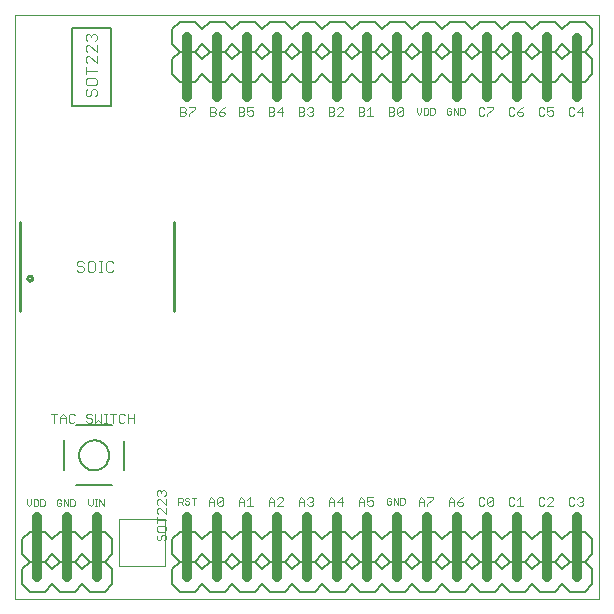
<source format=gto>
G75*
G70*
%OFA0B0*%
%FSLAX24Y24*%
%IPPOS*%
%LPD*%
%AMOC8*
5,1,8,0,0,1.08239X$1,22.5*
%
%ADD10C,0.0000*%
%ADD11C,0.0320*%
%ADD12C,0.0030*%
%ADD13C,0.0020*%
%ADD14C,0.0080*%
%ADD15C,0.0100*%
D10*
X000645Y000806D02*
X000645Y020301D01*
X020130Y020291D01*
X020130Y000806D01*
X000645Y000806D01*
D11*
X001395Y001556D02*
X001395Y003556D01*
X002395Y003556D02*
X002395Y001556D01*
X003395Y001556D02*
X003395Y003556D01*
X006395Y003556D02*
X006395Y001556D01*
X007395Y001556D02*
X007395Y003556D01*
X008395Y003556D02*
X008395Y001556D01*
X009395Y001556D02*
X009395Y003556D01*
X010395Y003556D02*
X010395Y001556D01*
X011395Y001556D02*
X011395Y003556D01*
X012395Y003556D02*
X012395Y001556D01*
X013395Y001556D02*
X013395Y003556D01*
X014395Y003556D02*
X014395Y001556D01*
X015395Y001556D02*
X015395Y003556D01*
X016395Y003556D02*
X016395Y001556D01*
X017395Y001556D02*
X017395Y003556D01*
X018395Y003556D02*
X018395Y001556D01*
X019395Y001556D02*
X019395Y003556D01*
X019395Y017556D02*
X019395Y019506D01*
X018395Y019556D02*
X018395Y017556D01*
X017395Y017556D02*
X017395Y019556D01*
X016395Y019556D02*
X016395Y017556D01*
X015395Y017556D02*
X015395Y019556D01*
X014395Y019556D02*
X014395Y017556D01*
X013395Y017556D02*
X013395Y019556D01*
X012395Y019556D02*
X012395Y017556D01*
X011395Y017556D02*
X011395Y019556D01*
X010395Y019556D02*
X010395Y017556D01*
X009395Y017556D02*
X009395Y019556D01*
X008395Y019556D02*
X008395Y017556D01*
X007395Y017556D02*
X007395Y019556D01*
X006395Y019556D02*
X006395Y017556D01*
D12*
X006455Y017212D02*
X006648Y017212D01*
X006648Y017163D01*
X006455Y016970D01*
X006455Y016921D01*
X006354Y016970D02*
X006305Y016921D01*
X006160Y016921D01*
X006160Y017212D01*
X006305Y017212D01*
X006354Y017163D01*
X006354Y017115D01*
X006305Y017066D01*
X006160Y017066D01*
X006305Y017066D02*
X006354Y017018D01*
X006354Y016970D01*
X007160Y016921D02*
X007305Y016921D01*
X007354Y016970D01*
X007354Y017018D01*
X007305Y017066D01*
X007160Y017066D01*
X007160Y016921D02*
X007160Y017212D01*
X007305Y017212D01*
X007354Y017163D01*
X007354Y017115D01*
X007305Y017066D01*
X007455Y017066D02*
X007600Y017066D01*
X007648Y017018D01*
X007648Y016970D01*
X007600Y016921D01*
X007503Y016921D01*
X007455Y016970D01*
X007455Y017066D01*
X007551Y017163D01*
X007648Y017212D01*
X008110Y017212D02*
X008110Y016921D01*
X008255Y016921D01*
X008304Y016970D01*
X008304Y017018D01*
X008255Y017066D01*
X008110Y017066D01*
X008255Y017066D02*
X008304Y017115D01*
X008304Y017163D01*
X008255Y017212D01*
X008110Y017212D01*
X008405Y017212D02*
X008405Y017066D01*
X008501Y017115D01*
X008550Y017115D01*
X008598Y017066D01*
X008598Y016970D01*
X008550Y016921D01*
X008453Y016921D01*
X008405Y016970D01*
X008405Y017212D02*
X008598Y017212D01*
X009110Y017212D02*
X009110Y016921D01*
X009255Y016921D01*
X009304Y016970D01*
X009304Y017018D01*
X009255Y017066D01*
X009110Y017066D01*
X009255Y017066D02*
X009304Y017115D01*
X009304Y017163D01*
X009255Y017212D01*
X009110Y017212D01*
X009405Y017066D02*
X009598Y017066D01*
X009550Y016921D02*
X009550Y017212D01*
X009405Y017066D01*
X010110Y017066D02*
X010255Y017066D01*
X010304Y017018D01*
X010304Y016970D01*
X010255Y016921D01*
X010110Y016921D01*
X010110Y017212D01*
X010255Y017212D01*
X010304Y017163D01*
X010304Y017115D01*
X010255Y017066D01*
X010405Y016970D02*
X010453Y016921D01*
X010550Y016921D01*
X010598Y016970D01*
X010598Y017018D01*
X010550Y017066D01*
X010501Y017066D01*
X010550Y017066D02*
X010598Y017115D01*
X010598Y017163D01*
X010550Y017212D01*
X010453Y017212D01*
X010405Y017163D01*
X011110Y017212D02*
X011110Y016921D01*
X011255Y016921D01*
X011304Y016970D01*
X011304Y017018D01*
X011255Y017066D01*
X011110Y017066D01*
X011255Y017066D02*
X011304Y017115D01*
X011304Y017163D01*
X011255Y017212D01*
X011110Y017212D01*
X011405Y017163D02*
X011453Y017212D01*
X011550Y017212D01*
X011598Y017163D01*
X011598Y017115D01*
X011405Y016921D01*
X011598Y016921D01*
X012110Y016921D02*
X012255Y016921D01*
X012304Y016970D01*
X012304Y017018D01*
X012255Y017066D01*
X012110Y017066D01*
X012110Y016921D02*
X012110Y017212D01*
X012255Y017212D01*
X012304Y017163D01*
X012304Y017115D01*
X012255Y017066D01*
X012405Y017115D02*
X012501Y017212D01*
X012501Y016921D01*
X012405Y016921D02*
X012598Y016921D01*
X013110Y016921D02*
X013255Y016921D01*
X013304Y016970D01*
X013304Y017018D01*
X013255Y017066D01*
X013110Y017066D01*
X013110Y016921D02*
X013110Y017212D01*
X013255Y017212D01*
X013304Y017163D01*
X013304Y017115D01*
X013255Y017066D01*
X013405Y016970D02*
X013405Y017163D01*
X013453Y017212D01*
X013550Y017212D01*
X013598Y017163D01*
X013405Y016970D01*
X013453Y016921D01*
X013550Y016921D01*
X013598Y016970D01*
X013598Y017163D01*
X016110Y017163D02*
X016110Y016970D01*
X016158Y016921D01*
X016255Y016921D01*
X016304Y016970D01*
X016405Y016970D02*
X016405Y016921D01*
X016405Y016970D02*
X016598Y017163D01*
X016598Y017212D01*
X016405Y017212D01*
X016304Y017163D02*
X016255Y017212D01*
X016158Y017212D01*
X016110Y017163D01*
X017110Y017163D02*
X017110Y016970D01*
X017158Y016921D01*
X017255Y016921D01*
X017304Y016970D01*
X017405Y016970D02*
X017453Y016921D01*
X017550Y016921D01*
X017598Y016970D01*
X017598Y017018D01*
X017550Y017066D01*
X017405Y017066D01*
X017405Y016970D01*
X017405Y017066D02*
X017501Y017163D01*
X017598Y017212D01*
X017304Y017163D02*
X017255Y017212D01*
X017158Y017212D01*
X017110Y017163D01*
X018110Y017163D02*
X018110Y016970D01*
X018158Y016921D01*
X018255Y016921D01*
X018304Y016970D01*
X018405Y016970D02*
X018453Y016921D01*
X018550Y016921D01*
X018598Y016970D01*
X018598Y017066D01*
X018550Y017115D01*
X018501Y017115D01*
X018405Y017066D01*
X018405Y017212D01*
X018598Y017212D01*
X018304Y017163D02*
X018255Y017212D01*
X018158Y017212D01*
X018110Y017163D01*
X019110Y017163D02*
X019110Y016970D01*
X019158Y016921D01*
X019255Y016921D01*
X019304Y016970D01*
X019405Y017066D02*
X019598Y017066D01*
X019550Y016921D02*
X019550Y017212D01*
X019405Y017066D01*
X019304Y017163D02*
X019255Y017212D01*
X019158Y017212D01*
X019110Y017163D01*
X019158Y004212D02*
X019110Y004163D01*
X019110Y003970D01*
X019158Y003921D01*
X019255Y003921D01*
X019304Y003970D01*
X019405Y003970D02*
X019453Y003921D01*
X019550Y003921D01*
X019598Y003970D01*
X019598Y004018D01*
X019550Y004066D01*
X019501Y004066D01*
X019550Y004066D02*
X019598Y004115D01*
X019598Y004163D01*
X019550Y004212D01*
X019453Y004212D01*
X019405Y004163D01*
X019304Y004163D02*
X019255Y004212D01*
X019158Y004212D01*
X018598Y004163D02*
X018550Y004212D01*
X018453Y004212D01*
X018405Y004163D01*
X018304Y004163D02*
X018255Y004212D01*
X018158Y004212D01*
X018110Y004163D01*
X018110Y003970D01*
X018158Y003921D01*
X018255Y003921D01*
X018304Y003970D01*
X018405Y003921D02*
X018598Y004115D01*
X018598Y004163D01*
X018598Y003921D02*
X018405Y003921D01*
X017598Y003921D02*
X017405Y003921D01*
X017501Y003921D02*
X017501Y004212D01*
X017405Y004115D01*
X017304Y004163D02*
X017255Y004212D01*
X017158Y004212D01*
X017110Y004163D01*
X017110Y003970D01*
X017158Y003921D01*
X017255Y003921D01*
X017304Y003970D01*
X016598Y003970D02*
X016550Y003921D01*
X016453Y003921D01*
X016405Y003970D01*
X016598Y004163D01*
X016598Y003970D01*
X016598Y004163D02*
X016550Y004212D01*
X016453Y004212D01*
X016405Y004163D01*
X016405Y003970D01*
X016304Y003970D02*
X016255Y003921D01*
X016158Y003921D01*
X016110Y003970D01*
X016110Y004163D01*
X016158Y004212D01*
X016255Y004212D01*
X016304Y004163D01*
X015598Y004212D02*
X015501Y004163D01*
X015405Y004066D01*
X015550Y004066D01*
X015598Y004018D01*
X015598Y003970D01*
X015550Y003921D01*
X015453Y003921D01*
X015405Y003970D01*
X015405Y004066D01*
X015304Y004066D02*
X015110Y004066D01*
X015110Y004115D02*
X015207Y004212D01*
X015304Y004115D01*
X015304Y003921D01*
X015110Y003921D02*
X015110Y004115D01*
X014598Y004163D02*
X014405Y003970D01*
X014405Y003921D01*
X014304Y003921D02*
X014304Y004115D01*
X014207Y004212D01*
X014110Y004115D01*
X014110Y003921D01*
X014110Y004066D02*
X014304Y004066D01*
X014405Y004212D02*
X014598Y004212D01*
X014598Y004163D01*
X012598Y004212D02*
X012405Y004212D01*
X012405Y004066D01*
X012501Y004115D01*
X012550Y004115D01*
X012598Y004066D01*
X012598Y003970D01*
X012550Y003921D01*
X012453Y003921D01*
X012405Y003970D01*
X012304Y003921D02*
X012304Y004115D01*
X012207Y004212D01*
X012110Y004115D01*
X012110Y003921D01*
X012110Y004066D02*
X012304Y004066D01*
X011598Y004066D02*
X011405Y004066D01*
X011550Y004212D01*
X011550Y003921D01*
X011304Y003921D02*
X011304Y004115D01*
X011207Y004212D01*
X011110Y004115D01*
X011110Y003921D01*
X011110Y004066D02*
X011304Y004066D01*
X010598Y004018D02*
X010598Y003970D01*
X010550Y003921D01*
X010453Y003921D01*
X010405Y003970D01*
X010304Y003921D02*
X010304Y004115D01*
X010207Y004212D01*
X010110Y004115D01*
X010110Y003921D01*
X010110Y004066D02*
X010304Y004066D01*
X010405Y004163D02*
X010453Y004212D01*
X010550Y004212D01*
X010598Y004163D01*
X010598Y004115D01*
X010550Y004066D01*
X010598Y004018D01*
X010550Y004066D02*
X010501Y004066D01*
X009598Y004115D02*
X009598Y004163D01*
X009550Y004212D01*
X009453Y004212D01*
X009405Y004163D01*
X009304Y004115D02*
X009304Y003921D01*
X009405Y003921D02*
X009598Y004115D01*
X009598Y003921D02*
X009405Y003921D01*
X009304Y004066D02*
X009110Y004066D01*
X009110Y004115D02*
X009207Y004212D01*
X009304Y004115D01*
X009110Y004115D02*
X009110Y003921D01*
X008598Y003921D02*
X008405Y003921D01*
X008501Y003921D02*
X008501Y004212D01*
X008405Y004115D01*
X008304Y004115D02*
X008304Y003921D01*
X008304Y004066D02*
X008110Y004066D01*
X008110Y004115D02*
X008207Y004212D01*
X008304Y004115D01*
X008110Y004115D02*
X008110Y003921D01*
X007598Y003970D02*
X007550Y003921D01*
X007453Y003921D01*
X007405Y003970D01*
X007598Y004163D01*
X007598Y003970D01*
X007598Y004163D02*
X007550Y004212D01*
X007453Y004212D01*
X007405Y004163D01*
X007405Y003970D01*
X007304Y003921D02*
X007304Y004115D01*
X007207Y004212D01*
X007110Y004115D01*
X007110Y003921D01*
X007110Y004066D02*
X007304Y004066D01*
X005680Y004143D02*
X005680Y003950D01*
X005487Y004143D01*
X005438Y004143D01*
X005390Y004095D01*
X005390Y003998D01*
X005438Y003950D01*
X005438Y003849D02*
X005390Y003800D01*
X005390Y003704D01*
X005438Y003655D01*
X005390Y003554D02*
X005390Y003361D01*
X005390Y003457D02*
X005680Y003457D01*
X005680Y003655D02*
X005487Y003849D01*
X005438Y003849D01*
X005680Y003849D02*
X005680Y003655D01*
X005632Y003259D02*
X005438Y003259D01*
X005390Y003211D01*
X005390Y003114D01*
X005438Y003066D01*
X005632Y003066D01*
X005680Y003114D01*
X005680Y003211D01*
X005632Y003259D01*
X005632Y002965D02*
X005680Y002916D01*
X005680Y002820D01*
X005632Y002771D01*
X005535Y002820D02*
X005535Y002916D01*
X005583Y002965D01*
X005632Y002965D01*
X005535Y002820D02*
X005487Y002771D01*
X005438Y002771D01*
X005390Y002820D01*
X005390Y002916D01*
X005438Y002965D01*
X005438Y004245D02*
X005390Y004293D01*
X005390Y004390D01*
X005438Y004438D01*
X005487Y004438D01*
X005535Y004390D01*
X005583Y004438D01*
X005632Y004438D01*
X005680Y004390D01*
X005680Y004293D01*
X005632Y004245D01*
X005535Y004341D02*
X005535Y004390D01*
X004609Y006701D02*
X004609Y006992D01*
X004609Y006846D02*
X004415Y006846D01*
X004314Y006750D02*
X004266Y006701D01*
X004169Y006701D01*
X004121Y006750D01*
X004121Y006943D01*
X004169Y006992D01*
X004266Y006992D01*
X004314Y006943D01*
X004415Y006992D02*
X004415Y006701D01*
X004020Y006992D02*
X003826Y006992D01*
X003923Y006992D02*
X003923Y006701D01*
X003726Y006701D02*
X003630Y006701D01*
X003678Y006701D02*
X003678Y006992D01*
X003630Y006992D02*
X003726Y006992D01*
X003528Y006992D02*
X003528Y006701D01*
X003432Y006798D01*
X003335Y006701D01*
X003335Y006992D01*
X003234Y006943D02*
X003185Y006992D01*
X003089Y006992D01*
X003040Y006943D01*
X003040Y006895D01*
X003089Y006846D01*
X003185Y006846D01*
X003234Y006798D01*
X003234Y006750D01*
X003185Y006701D01*
X003089Y006701D01*
X003040Y006750D01*
X002645Y006750D02*
X002596Y006701D01*
X002499Y006701D01*
X002451Y006750D01*
X002451Y006943D01*
X002499Y006992D01*
X002596Y006992D01*
X002645Y006943D01*
X002350Y006895D02*
X002350Y006701D01*
X002350Y006846D02*
X002156Y006846D01*
X002156Y006895D02*
X002253Y006992D01*
X002350Y006895D01*
X002156Y006895D02*
X002156Y006701D01*
X001959Y006701D02*
X001959Y006992D01*
X002055Y006992D02*
X001862Y006992D01*
X002772Y011721D02*
X002710Y011783D01*
X002772Y011721D02*
X002895Y011721D01*
X002957Y011783D01*
X002957Y011845D01*
X002895Y011906D01*
X002772Y011906D01*
X002710Y011968D01*
X002710Y012030D01*
X002772Y012092D01*
X002895Y012092D01*
X002957Y012030D01*
X003078Y012030D02*
X003078Y011783D01*
X003140Y011721D01*
X003264Y011721D01*
X003325Y011783D01*
X003325Y012030D01*
X003264Y012092D01*
X003140Y012092D01*
X003078Y012030D01*
X003447Y012092D02*
X003570Y012092D01*
X003508Y012092D02*
X003508Y011721D01*
X003447Y011721D02*
X003570Y011721D01*
X003692Y011783D02*
X003692Y012030D01*
X003754Y012092D01*
X003877Y012092D01*
X003939Y012030D01*
X003939Y011783D02*
X003877Y011721D01*
X003754Y011721D01*
X003692Y011783D01*
X003318Y017571D02*
X003380Y017633D01*
X003380Y017756D01*
X003318Y017818D01*
X003257Y017818D01*
X003195Y017756D01*
X003195Y017633D01*
X003133Y017571D01*
X003071Y017571D01*
X003010Y017633D01*
X003010Y017756D01*
X003071Y017818D01*
X003071Y017940D02*
X003318Y017940D01*
X003380Y018001D01*
X003380Y018125D01*
X003318Y018186D01*
X003071Y018186D01*
X003010Y018125D01*
X003010Y018001D01*
X003071Y017940D01*
X003010Y018308D02*
X003010Y018555D01*
X003010Y018431D02*
X003380Y018431D01*
X003380Y018676D02*
X003133Y018923D01*
X003071Y018923D01*
X003010Y018861D01*
X003010Y018738D01*
X003071Y018676D01*
X003380Y018676D02*
X003380Y018923D01*
X003380Y019045D02*
X003133Y019291D01*
X003071Y019291D01*
X003010Y019230D01*
X003010Y019106D01*
X003071Y019045D01*
X003380Y019045D02*
X003380Y019291D01*
X003318Y019413D02*
X003380Y019475D01*
X003380Y019598D01*
X003318Y019660D01*
X003257Y019660D01*
X003195Y019598D01*
X003195Y019536D01*
X003195Y019598D02*
X003133Y019660D01*
X003071Y019660D01*
X003010Y019598D01*
X003010Y019475D01*
X003071Y019413D01*
D13*
X014055Y017186D02*
X014055Y017040D01*
X014128Y016966D01*
X014202Y017040D01*
X014202Y017186D01*
X014276Y017186D02*
X014276Y016966D01*
X014386Y016966D01*
X014423Y017003D01*
X014423Y017150D01*
X014386Y017186D01*
X014276Y017186D01*
X014497Y017186D02*
X014497Y016966D01*
X014607Y016966D01*
X014644Y017003D01*
X014644Y017150D01*
X014607Y017186D01*
X014497Y017186D01*
X015055Y017150D02*
X015055Y017003D01*
X015092Y016966D01*
X015165Y016966D01*
X015202Y017003D01*
X015202Y017076D01*
X015128Y017076D01*
X015055Y017150D02*
X015092Y017186D01*
X015165Y017186D01*
X015202Y017150D01*
X015276Y017186D02*
X015423Y016966D01*
X015423Y017186D01*
X015497Y017186D02*
X015497Y016966D01*
X015607Y016966D01*
X015644Y017003D01*
X015644Y017150D01*
X015607Y017186D01*
X015497Y017186D01*
X015276Y017186D02*
X015276Y016966D01*
X013607Y004186D02*
X013497Y004186D01*
X013497Y003966D01*
X013607Y003966D01*
X013644Y004003D01*
X013644Y004150D01*
X013607Y004186D01*
X013423Y004186D02*
X013423Y003966D01*
X013276Y004186D01*
X013276Y003966D01*
X013202Y004003D02*
X013202Y004076D01*
X013128Y004076D01*
X013055Y004150D02*
X013055Y004003D01*
X013092Y003966D01*
X013165Y003966D01*
X013202Y004003D01*
X013202Y004150D02*
X013165Y004186D01*
X013092Y004186D01*
X013055Y004150D01*
X006694Y004186D02*
X006547Y004186D01*
X006620Y004186D02*
X006620Y003966D01*
X006473Y004003D02*
X006473Y004040D01*
X006436Y004076D01*
X006363Y004076D01*
X006326Y004113D01*
X006326Y004150D01*
X006363Y004186D01*
X006436Y004186D01*
X006473Y004150D01*
X006473Y004003D02*
X006436Y003966D01*
X006363Y003966D01*
X006326Y004003D01*
X006252Y003966D02*
X006178Y004040D01*
X006215Y004040D02*
X006105Y004040D01*
X006105Y003966D02*
X006105Y004186D01*
X006215Y004186D01*
X006252Y004150D01*
X006252Y004076D01*
X006215Y004040D01*
X005672Y003487D02*
X005672Y001926D01*
X004118Y001926D01*
X004118Y003487D01*
X005672Y003487D01*
X003620Y003916D02*
X003620Y004136D01*
X003473Y004136D02*
X003620Y003916D01*
X003473Y003916D02*
X003473Y004136D01*
X003399Y004136D02*
X003326Y004136D01*
X003363Y004136D02*
X003363Y003916D01*
X003399Y003916D02*
X003326Y003916D01*
X003252Y003990D02*
X003252Y004136D01*
X003252Y003990D02*
X003178Y003916D01*
X003105Y003990D01*
X003105Y004136D01*
X002644Y004100D02*
X002644Y003953D01*
X002607Y003916D01*
X002497Y003916D01*
X002497Y004136D01*
X002607Y004136D01*
X002644Y004100D01*
X002423Y004136D02*
X002423Y003916D01*
X002276Y004136D01*
X002276Y003916D01*
X002202Y003953D02*
X002202Y004026D01*
X002128Y004026D01*
X002055Y004100D02*
X002055Y003953D01*
X002092Y003916D01*
X002165Y003916D01*
X002202Y003953D01*
X002202Y004100D02*
X002165Y004136D01*
X002092Y004136D01*
X002055Y004100D01*
X001644Y004100D02*
X001644Y003953D01*
X001607Y003916D01*
X001497Y003916D01*
X001497Y004136D01*
X001607Y004136D01*
X001644Y004100D01*
X001423Y004100D02*
X001423Y003953D01*
X001386Y003916D01*
X001276Y003916D01*
X001276Y004136D01*
X001386Y004136D01*
X001423Y004100D01*
X001202Y004136D02*
X001202Y003990D01*
X001128Y003916D01*
X001055Y003990D01*
X001055Y004136D01*
D14*
X001145Y003056D02*
X000895Y002806D01*
X000895Y002306D01*
X001145Y002056D01*
X001645Y002056D01*
X001895Y002306D01*
X002145Y002056D01*
X002645Y002056D01*
X002895Y002306D01*
X003145Y002056D01*
X003645Y002056D01*
X003895Y002306D01*
X003895Y002806D01*
X003645Y003056D01*
X003145Y003056D01*
X002895Y002806D01*
X002645Y003056D01*
X002145Y003056D01*
X001895Y002806D01*
X001645Y003056D01*
X001145Y003056D01*
X001145Y002056D02*
X000895Y001806D01*
X000895Y001306D01*
X001145Y001056D01*
X001645Y001056D01*
X001895Y001306D01*
X002145Y001056D01*
X002645Y001056D01*
X002895Y001306D01*
X003145Y001056D01*
X003645Y001056D01*
X003895Y001306D01*
X003895Y001806D01*
X003645Y002056D01*
X003145Y002056D01*
X002895Y001806D01*
X002645Y002056D01*
X002145Y002056D01*
X001895Y001806D01*
X001645Y002056D01*
X001145Y002056D01*
X002689Y004606D02*
X003901Y004606D01*
X004295Y005118D02*
X004295Y006094D01*
X003901Y006606D02*
X002689Y006606D01*
X002295Y006106D02*
X002295Y005118D01*
X002795Y005606D02*
X002797Y005650D01*
X002803Y005694D01*
X002813Y005737D01*
X002826Y005779D01*
X002843Y005820D01*
X002864Y005859D01*
X002888Y005896D01*
X002915Y005931D01*
X002945Y005963D01*
X002978Y005993D01*
X003014Y006019D01*
X003051Y006043D01*
X003091Y006062D01*
X003132Y006079D01*
X003175Y006091D01*
X003218Y006100D01*
X003262Y006105D01*
X003306Y006106D01*
X003350Y006103D01*
X003394Y006096D01*
X003437Y006085D01*
X003479Y006071D01*
X003519Y006053D01*
X003558Y006031D01*
X003594Y006007D01*
X003628Y005979D01*
X003660Y005948D01*
X003689Y005914D01*
X003715Y005878D01*
X003737Y005840D01*
X003756Y005800D01*
X003771Y005758D01*
X003783Y005716D01*
X003791Y005672D01*
X003795Y005628D01*
X003795Y005584D01*
X003791Y005540D01*
X003783Y005496D01*
X003771Y005454D01*
X003756Y005412D01*
X003737Y005372D01*
X003715Y005334D01*
X003689Y005298D01*
X003660Y005264D01*
X003628Y005233D01*
X003594Y005205D01*
X003558Y005181D01*
X003519Y005159D01*
X003479Y005141D01*
X003437Y005127D01*
X003394Y005116D01*
X003350Y005109D01*
X003306Y005106D01*
X003262Y005107D01*
X003218Y005112D01*
X003175Y005121D01*
X003132Y005133D01*
X003091Y005150D01*
X003051Y005169D01*
X003014Y005193D01*
X002978Y005219D01*
X002945Y005249D01*
X002915Y005281D01*
X002888Y005316D01*
X002864Y005353D01*
X002843Y005392D01*
X002826Y005433D01*
X002813Y005475D01*
X002803Y005518D01*
X002797Y005562D01*
X002795Y005606D01*
X005895Y002806D02*
X005895Y002306D01*
X006145Y002056D01*
X005895Y001806D01*
X005895Y001306D01*
X006145Y001056D01*
X006645Y001056D01*
X006895Y001306D01*
X007145Y001056D01*
X007645Y001056D01*
X007895Y001306D01*
X008145Y001056D01*
X008645Y001056D01*
X008895Y001306D01*
X009145Y001056D01*
X009645Y001056D01*
X009895Y001306D01*
X010145Y001056D01*
X010645Y001056D01*
X010895Y001306D01*
X011145Y001056D01*
X011645Y001056D01*
X011895Y001306D01*
X012145Y001056D01*
X012645Y001056D01*
X012895Y001306D01*
X013145Y001056D01*
X013645Y001056D01*
X013895Y001306D01*
X014145Y001056D01*
X014645Y001056D01*
X014895Y001306D01*
X015145Y001056D01*
X015645Y001056D01*
X015895Y001306D01*
X016145Y001056D01*
X016645Y001056D01*
X016895Y001306D01*
X017145Y001056D01*
X017645Y001056D01*
X017895Y001306D01*
X018145Y001056D01*
X018645Y001056D01*
X018895Y001306D01*
X019145Y001056D01*
X019645Y001056D01*
X019895Y001306D01*
X019895Y001806D01*
X019645Y002056D01*
X019145Y002056D01*
X018895Y001806D01*
X018645Y002056D01*
X018145Y002056D01*
X017895Y001806D01*
X017645Y002056D01*
X017145Y002056D01*
X016895Y001806D01*
X016645Y002056D01*
X016145Y002056D01*
X015895Y001806D01*
X015645Y002056D01*
X015145Y002056D01*
X014895Y001806D01*
X014645Y002056D01*
X014145Y002056D01*
X013895Y001806D01*
X013645Y002056D01*
X013145Y002056D01*
X012895Y001806D01*
X012645Y002056D01*
X012145Y002056D01*
X011895Y001806D01*
X011645Y002056D01*
X011145Y002056D01*
X010895Y001806D01*
X010645Y002056D01*
X010145Y002056D01*
X009895Y001806D01*
X009645Y002056D01*
X009145Y002056D01*
X008895Y001806D01*
X008645Y002056D01*
X008145Y002056D01*
X007895Y001806D01*
X007645Y002056D01*
X007145Y002056D01*
X006895Y001806D01*
X006645Y002056D01*
X006145Y002056D01*
X006645Y002056D01*
X006895Y002306D01*
X007145Y002056D01*
X007645Y002056D01*
X007895Y002306D01*
X008145Y002056D01*
X008645Y002056D01*
X008895Y002306D01*
X009145Y002056D01*
X009645Y002056D01*
X009895Y002306D01*
X010145Y002056D01*
X010645Y002056D01*
X010895Y002306D01*
X011145Y002056D01*
X011645Y002056D01*
X011895Y002306D01*
X012145Y002056D01*
X012645Y002056D01*
X012895Y002306D01*
X013145Y002056D01*
X013645Y002056D01*
X013895Y002306D01*
X014145Y002056D01*
X014645Y002056D01*
X014895Y002306D01*
X015145Y002056D01*
X015645Y002056D01*
X015895Y002306D01*
X016145Y002056D01*
X016645Y002056D01*
X016895Y002306D01*
X017145Y002056D01*
X017645Y002056D01*
X017895Y002306D01*
X018145Y002056D01*
X018645Y002056D01*
X018895Y002306D01*
X019145Y002056D01*
X019645Y002056D01*
X019895Y002306D01*
X019895Y002806D01*
X019645Y003056D01*
X019145Y003056D01*
X018895Y002806D01*
X018645Y003056D01*
X018145Y003056D01*
X017895Y002806D01*
X017645Y003056D01*
X017145Y003056D01*
X016895Y002806D01*
X016645Y003056D01*
X016145Y003056D01*
X015895Y002806D01*
X015645Y003056D01*
X015145Y003056D01*
X014895Y002806D01*
X014645Y003056D01*
X014145Y003056D01*
X013895Y002806D01*
X013645Y003056D01*
X013145Y003056D01*
X012895Y002806D01*
X012645Y003056D01*
X012145Y003056D01*
X011895Y002806D01*
X011645Y003056D01*
X011145Y003056D01*
X010895Y002806D01*
X010645Y003056D01*
X010145Y003056D01*
X009895Y002806D01*
X009645Y003056D01*
X009145Y003056D01*
X008895Y002806D01*
X008645Y003056D01*
X008145Y003056D01*
X007895Y002806D01*
X007645Y003056D01*
X007145Y003056D01*
X006895Y002806D01*
X006645Y003056D01*
X006145Y003056D01*
X005895Y002806D01*
X003845Y017266D02*
X002545Y017266D01*
X002545Y019846D01*
X003845Y019846D01*
X003845Y017266D01*
X005895Y018306D02*
X005895Y018806D01*
X006145Y019056D01*
X006645Y019056D01*
X006895Y018806D01*
X007145Y019056D01*
X007645Y019056D01*
X007895Y018806D01*
X008145Y019056D01*
X008645Y019056D01*
X008895Y018806D01*
X009145Y019056D01*
X009645Y019056D01*
X009895Y018806D01*
X010145Y019056D01*
X010645Y019056D01*
X010895Y018806D01*
X011145Y019056D01*
X011645Y019056D01*
X011895Y018806D01*
X012145Y019056D01*
X012645Y019056D01*
X012895Y018806D01*
X013145Y019056D01*
X013645Y019056D01*
X013895Y018806D01*
X014145Y019056D01*
X014645Y019056D01*
X014895Y018806D01*
X015145Y019056D01*
X015645Y019056D01*
X015895Y018806D01*
X016145Y019056D01*
X016645Y019056D01*
X016895Y018806D01*
X017145Y019056D01*
X017645Y019056D01*
X017895Y018806D01*
X018145Y019056D01*
X018645Y019056D01*
X018895Y018806D01*
X019145Y019056D01*
X019645Y019056D01*
X019895Y018806D01*
X019895Y018306D01*
X019645Y018056D01*
X019145Y018056D01*
X018895Y018306D01*
X018645Y018056D01*
X018145Y018056D01*
X017895Y018306D01*
X017645Y018056D01*
X017145Y018056D01*
X016895Y018306D01*
X016645Y018056D01*
X016145Y018056D01*
X015895Y018306D01*
X015645Y018056D01*
X015145Y018056D01*
X014895Y018306D01*
X014645Y018056D01*
X014145Y018056D01*
X013895Y018306D01*
X013645Y018056D01*
X013145Y018056D01*
X012895Y018306D01*
X012645Y018056D01*
X012145Y018056D01*
X011895Y018306D01*
X011645Y018056D01*
X011145Y018056D01*
X010895Y018306D01*
X010645Y018056D01*
X010145Y018056D01*
X009895Y018306D01*
X009645Y018056D01*
X009145Y018056D01*
X008895Y018306D01*
X008645Y018056D01*
X008145Y018056D01*
X007895Y018306D01*
X007645Y018056D01*
X007145Y018056D01*
X006895Y018306D01*
X006645Y018056D01*
X006145Y018056D01*
X005895Y018306D01*
X006145Y019056D02*
X005895Y019306D01*
X005895Y019806D01*
X006145Y020056D01*
X006645Y020056D01*
X006895Y019806D01*
X007145Y020056D01*
X007645Y020056D01*
X007895Y019806D01*
X008145Y020056D01*
X008645Y020056D01*
X008895Y019806D01*
X009145Y020056D01*
X009645Y020056D01*
X009895Y019806D01*
X010145Y020056D01*
X010645Y020056D01*
X010895Y019806D01*
X011145Y020056D01*
X011645Y020056D01*
X011895Y019806D01*
X012145Y020056D01*
X012645Y020056D01*
X012895Y019806D01*
X013145Y020056D01*
X013645Y020056D01*
X013895Y019806D01*
X014145Y020056D01*
X014645Y020056D01*
X014895Y019806D01*
X015145Y020056D01*
X015645Y020056D01*
X015895Y019806D01*
X016145Y020056D01*
X016645Y020056D01*
X016895Y019806D01*
X017145Y020056D01*
X017645Y020056D01*
X017895Y019806D01*
X018145Y020056D01*
X018645Y020056D01*
X018895Y019806D01*
X019145Y020056D01*
X019645Y020056D01*
X019895Y019806D01*
X019895Y019306D01*
X019645Y019056D01*
X019145Y019056D01*
X018895Y019306D01*
X018645Y019056D01*
X018145Y019056D01*
X017895Y019306D01*
X017645Y019056D01*
X017145Y019056D01*
X016895Y019306D01*
X016645Y019056D01*
X016145Y019056D01*
X015895Y019306D01*
X015645Y019056D01*
X015145Y019056D01*
X014895Y019306D01*
X014645Y019056D01*
X014145Y019056D01*
X013895Y019306D01*
X013645Y019056D01*
X013145Y019056D01*
X012895Y019306D01*
X012645Y019056D01*
X012145Y019056D01*
X011895Y019306D01*
X011645Y019056D01*
X011145Y019056D01*
X010895Y019306D01*
X010645Y019056D01*
X010145Y019056D01*
X009895Y019306D01*
X009645Y019056D01*
X009145Y019056D01*
X008895Y019306D01*
X008645Y019056D01*
X008145Y019056D01*
X007895Y019306D01*
X007645Y019056D01*
X007145Y019056D01*
X006895Y019306D01*
X006645Y019056D01*
X006145Y019056D01*
D15*
X005954Y013383D02*
X005954Y010430D01*
X001072Y011513D02*
X001074Y011531D01*
X001080Y011547D01*
X001089Y011562D01*
X001102Y011575D01*
X001117Y011584D01*
X001133Y011590D01*
X001151Y011592D01*
X001169Y011590D01*
X001185Y011584D01*
X001200Y011575D01*
X001213Y011562D01*
X001222Y011547D01*
X001228Y011531D01*
X001230Y011513D01*
X001228Y011495D01*
X001222Y011479D01*
X001213Y011464D01*
X001200Y011451D01*
X001185Y011442D01*
X001169Y011436D01*
X001151Y011434D01*
X001133Y011436D01*
X001117Y011442D01*
X001102Y011451D01*
X001089Y011464D01*
X001080Y011479D01*
X001074Y011495D01*
X001072Y011513D01*
X000836Y010430D02*
X000836Y013383D01*
M02*

</source>
